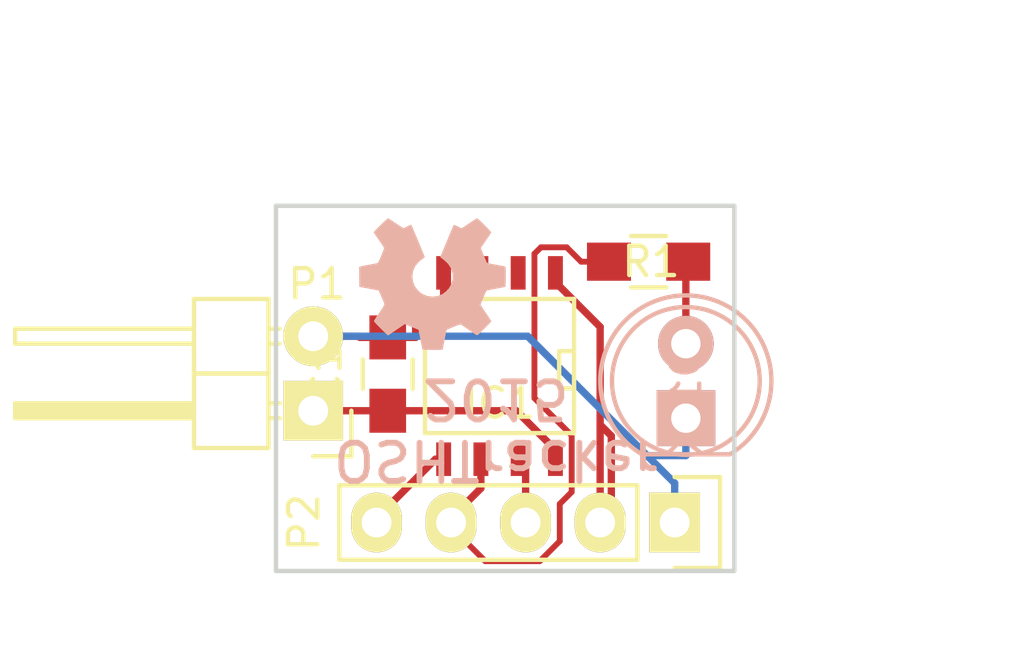
<source format=kicad_pcb>
(kicad_pcb (version 20171130) (host pcbnew "(5.1.12)-1")

  (general
    (thickness 1.6)
    (drawings 7)
    (tracks 59)
    (zones 0)
    (modules 7)
    (nets 8)
  )

  (page A4)
  (layers
    (0 F.Cu signal)
    (31 B.Cu signal)
    (32 B.Adhes user)
    (33 F.Adhes user)
    (34 B.Paste user)
    (35 F.Paste user)
    (36 B.SilkS user hide)
    (37 F.SilkS user hide)
    (38 B.Mask user)
    (39 F.Mask user)
    (40 Dwgs.User user)
    (41 Cmts.User user)
    (42 Eco1.User user)
    (43 Eco2.User user)
    (44 Edge.Cuts user)
    (45 Margin user)
    (46 B.CrtYd user)
    (47 F.CrtYd user)
    (48 B.Fab user)
    (49 F.Fab user)
  )

  (setup
    (last_trace_width 0.25)
    (user_trace_width 0.2)
    (user_trace_width 0.5)
    (user_trace_width 1)
    (trace_clearance 0.2)
    (zone_clearance 0.4)
    (zone_45_only no)
    (trace_min 0.2)
    (via_size 0.6)
    (via_drill 0.4)
    (via_min_size 0.4)
    (via_min_drill 0.3)
    (uvia_size 0.3)
    (uvia_drill 0.1)
    (uvias_allowed no)
    (uvia_min_size 0.2)
    (uvia_min_drill 0.1)
    (edge_width 0.15)
    (segment_width 0.2)
    (pcb_text_width 0.3)
    (pcb_text_size 1.5 1.5)
    (mod_edge_width 0.15)
    (mod_text_size 1 1)
    (mod_text_width 0.15)
    (pad_size 1.524 1.524)
    (pad_drill 0.762)
    (pad_to_mask_clearance 0.2)
    (aux_axis_origin 0 0)
    (visible_elements 7FFFFFFF)
    (pcbplotparams
      (layerselection 0x00030_80000001)
      (usegerberextensions false)
      (usegerberattributes true)
      (usegerberadvancedattributes true)
      (creategerberjobfile true)
      (excludeedgelayer true)
      (linewidth 0.100000)
      (plotframeref false)
      (viasonmask false)
      (mode 1)
      (useauxorigin false)
      (hpglpennumber 1)
      (hpglpenspeed 20)
      (hpglpendiameter 15.000000)
      (psnegative false)
      (psa4output false)
      (plotreference true)
      (plotvalue true)
      (plotinvisibletext false)
      (padsonsilk false)
      (subtractmaskfromsilk false)
      (outputformat 1)
      (mirror false)
      (drillshape 1)
      (scaleselection 1)
      (outputdirectory ""))
  )

  (net 0 "")
  (net 1 VCC)
  (net 2 GND)
  (net 3 "Net-(D1-Pad2)")
  (net 4 /PROG_SCK)
  (net 5 /PROG_MISO)
  (net 6 /PROG_MOSI)
  (net 7 /PROG_RESET)

  (net_class Default "To jest domyślna klasa połączeń."
    (clearance 0.2)
    (trace_width 0.25)
    (via_dia 0.6)
    (via_drill 0.4)
    (uvia_dia 0.3)
    (uvia_drill 0.1)
    (add_net /PROG_MISO)
    (add_net /PROG_MOSI)
    (add_net /PROG_RESET)
    (add_net /PROG_SCK)
    (add_net GND)
    (add_net "Net-(D1-Pad2)")
    (add_net VCC)
  )

  (module Capacitors_SMD:C_0805_HandSoldering (layer F.Cu) (tedit 541A9B8D) (tstamp 56141250)
    (at 128.27 95.27 90)
    (descr "Capacitor SMD 0805, hand soldering")
    (tags "capacitor 0805")
    (path /56128427)
    (attr smd)
    (fp_text reference C1 (at 0 -2.1 90) (layer F.SilkS)
      (effects (font (size 1 1) (thickness 0.15)))
    )
    (fp_text value C (at 0 2.1 90) (layer F.Fab)
      (effects (font (size 1 1) (thickness 0.15)))
    )
    (fp_line (start -0.5 0.85) (end 0.5 0.85) (layer F.SilkS) (width 0.15))
    (fp_line (start 0.5 -0.85) (end -0.5 -0.85) (layer F.SilkS) (width 0.15))
    (fp_line (start 2.3 -1) (end 2.3 1) (layer F.CrtYd) (width 0.05))
    (fp_line (start -2.3 -1) (end -2.3 1) (layer F.CrtYd) (width 0.05))
    (fp_line (start -2.3 1) (end 2.3 1) (layer F.CrtYd) (width 0.05))
    (fp_line (start -2.3 -1) (end 2.3 -1) (layer F.CrtYd) (width 0.05))
    (pad 1 smd rect (at -1.25 0 90) (size 1.5 1.25) (layers F.Cu F.Paste F.Mask)
      (net 1 VCC))
    (pad 2 smd rect (at 1.25 0 90) (size 1.5 1.25) (layers F.Cu F.Paste F.Mask)
      (net 2 GND))
    (model Capacitors_SMD.3dshapes/C_0805_HandSoldering.wrl
      (at (xyz 0 0 0))
      (scale (xyz 1 1 1))
      (rotate (xyz 0 0 0))
    )
  )

  (module LEDs:LED-5MM (layer B.Cu) (tedit 5612F4D5) (tstamp 5614125C)
    (at 138.43 96.774 90)
    (descr "LED 5mm round vertical")
    (tags "LED 5mm round vertical")
    (path /561281AC)
    (fp_text reference D1 (at 1.397 0 90) (layer B.SilkS)
      (effects (font (size 1 1) (thickness 0.15)) (justify mirror))
    )
    (fp_text value IR_LED (at 1.524 2.54 90) (layer B.Fab)
      (effects (font (size 1 1) (thickness 0.15)) (justify mirror))
    )
    (fp_circle (center 1.27 0) (end 0.97 2.5) (layer B.SilkS) (width 0.15))
    (fp_line (start -1.23 -1.5) (end -1.23 1.5) (layer B.SilkS) (width 0.15))
    (fp_line (start -1.5 1.55) (end -1.5 -1.55) (layer B.CrtYd) (width 0.05))
    (fp_text user K (at -0.8255 0 90) (layer B.SilkS)
      (effects (font (size 1 1) (thickness 0.15)) (justify mirror))
    )
    (fp_arc (start 1.3 0) (end -1.5 -1.55) (angle 302) (layer B.CrtYd) (width 0.05))
    (fp_arc (start 1.27 0) (end -1.23 1.5) (angle -297.5) (layer B.SilkS) (width 0.15))
    (pad 1 thru_hole rect (at 0 0) (size 2 1.9) (drill 1.00076) (layers *.Cu *.Mask B.SilkS)
      (net 2 GND))
    (pad 2 thru_hole circle (at 2.54 0 90) (size 1.9 1.9) (drill 1.00076) (layers *.Cu *.Mask B.SilkS)
      (net 3 "Net-(D1-Pad2)"))
    (model LEDs.3dshapes/LED-5MM.wrl
      (offset (xyz 1.269999980926514 0 0))
      (scale (xyz 1 1 1))
      (rotate (xyz 0 0 90))
    )
  )

  (module SMD_Packages:SOIC-8-N (layer F.Cu) (tedit 0) (tstamp 5614126F)
    (at 132.08 94.996 180)
    (descr "Module Narrow CMS SOJ 8 pins large")
    (tags "CMS SOJ")
    (path /5612793D)
    (attr smd)
    (fp_text reference IC1 (at 0 -1.27 180) (layer F.SilkS)
      (effects (font (size 1 1) (thickness 0.15)))
    )
    (fp_text value ATTINY45-S (at 0 1.27 180) (layer F.Fab)
      (effects (font (size 1 1) (thickness 0.15)))
    )
    (fp_line (start -2.032 0.508) (end -2.54 0.508) (layer F.SilkS) (width 0.15))
    (fp_line (start -2.032 -0.762) (end -2.032 0.508) (layer F.SilkS) (width 0.15))
    (fp_line (start -2.54 -0.762) (end -2.032 -0.762) (layer F.SilkS) (width 0.15))
    (fp_line (start -2.54 2.286) (end -2.54 -2.286) (layer F.SilkS) (width 0.15))
    (fp_line (start 2.54 2.286) (end -2.54 2.286) (layer F.SilkS) (width 0.15))
    (fp_line (start 2.54 -2.286) (end 2.54 2.286) (layer F.SilkS) (width 0.15))
    (fp_line (start -2.54 -2.286) (end 2.54 -2.286) (layer F.SilkS) (width 0.15))
    (pad 8 smd rect (at -1.905 -3.175 180) (size 0.508 1.143) (layers F.Cu F.Paste F.Mask)
      (net 1 VCC))
    (pad 7 smd rect (at -0.635 -3.175 180) (size 0.508 1.143) (layers F.Cu F.Paste F.Mask)
      (net 4 /PROG_SCK))
    (pad 6 smd rect (at 0.635 -3.175 180) (size 0.508 1.143) (layers F.Cu F.Paste F.Mask)
      (net 5 /PROG_MISO))
    (pad 5 smd rect (at 1.905 -3.175 180) (size 0.508 1.143) (layers F.Cu F.Paste F.Mask)
      (net 6 /PROG_MOSI))
    (pad 4 smd rect (at 1.905 3.175 180) (size 0.508 1.143) (layers F.Cu F.Paste F.Mask)
      (net 2 GND))
    (pad 3 smd rect (at 0.635 3.175 180) (size 0.508 1.143) (layers F.Cu F.Paste F.Mask))
    (pad 2 smd rect (at -0.635 3.175 180) (size 0.508 1.143) (layers F.Cu F.Paste F.Mask))
    (pad 1 smd rect (at -1.905 3.175 180) (size 0.508 1.143) (layers F.Cu F.Paste F.Mask)
      (net 7 /PROG_RESET))
    (model SMD_Packages.3dshapes/SOIC-8-N.wrl
      (at (xyz 0 0 0))
      (scale (xyz 0.5 0.38 0.5))
      (rotate (xyz 0 0 0))
    )
  )

  (module Pin_Headers:Pin_Header_Angled_1x02 (layer F.Cu) (tedit 5612F493) (tstamp 56141292)
    (at 125.73 96.52 180)
    (descr "Through hole pin header")
    (tags "pin header")
    (path /56128524)
    (fp_text reference P1 (at -0.127 4.318 180) (layer F.SilkS)
      (effects (font (size 1 1) (thickness 0.15)))
    )
    (fp_text value POWER_CONN (at 0 -3.1 180) (layer F.Fab)
      (effects (font (size 1 1) (thickness 0.15)))
    )
    (fp_line (start 1.524 -1.27) (end 1.524 1.27) (layer F.SilkS) (width 0.15))
    (fp_line (start 1.524 1.27) (end 4.064 1.27) (layer F.SilkS) (width 0.15))
    (fp_line (start 4.064 -0.254) (end 10.16 -0.254) (layer F.SilkS) (width 0.15))
    (fp_line (start 10.16 -0.254) (end 10.16 0.254) (layer F.SilkS) (width 0.15))
    (fp_line (start 10.16 0.254) (end 4.064 0.254) (layer F.SilkS) (width 0.15))
    (fp_line (start 4.064 1.27) (end 4.064 -1.27) (layer F.SilkS) (width 0.15))
    (fp_line (start 4.064 3.81) (end 4.064 1.27) (layer F.SilkS) (width 0.15))
    (fp_line (start 10.16 2.794) (end 4.064 2.794) (layer F.SilkS) (width 0.15))
    (fp_line (start 10.16 2.286) (end 10.16 2.794) (layer F.SilkS) (width 0.15))
    (fp_line (start 4.064 2.286) (end 10.16 2.286) (layer F.SilkS) (width 0.15))
    (fp_line (start 1.524 3.81) (end 4.064 3.81) (layer F.SilkS) (width 0.15))
    (fp_line (start 1.524 1.27) (end 1.524 3.81) (layer F.SilkS) (width 0.15))
    (fp_line (start 1.524 1.27) (end 4.064 1.27) (layer F.SilkS) (width 0.15))
    (fp_line (start 1.524 -1.27) (end 4.064 -1.27) (layer F.SilkS) (width 0.15))
    (fp_line (start 1.524 2.794) (end 1.143 2.794) (layer F.SilkS) (width 0.15))
    (fp_line (start 1.524 2.286) (end 1.143 2.286) (layer F.SilkS) (width 0.15))
    (fp_line (start 1.524 0.254) (end 1.143 0.254) (layer F.SilkS) (width 0.15))
    (fp_line (start 1.524 -0.254) (end 1.143 -0.254) (layer F.SilkS) (width 0.15))
    (fp_line (start 4.191 0) (end 10.033 0) (layer F.SilkS) (width 0.15))
    (fp_line (start 4.191 0.127) (end 4.191 0) (layer F.SilkS) (width 0.15))
    (fp_line (start 10.033 0.127) (end 4.191 0.127) (layer F.SilkS) (width 0.15))
    (fp_line (start 10.033 -0.127) (end 10.033 0.127) (layer F.SilkS) (width 0.15))
    (fp_line (start 4.191 -0.127) (end 10.033 -0.127) (layer F.SilkS) (width 0.15))
    (fp_line (start 0 -1.55) (end -1.3 -1.55) (layer F.SilkS) (width 0.15))
    (fp_line (start -1.3 -1.55) (end -1.3 0) (layer F.SilkS) (width 0.15))
    (fp_line (start -1.5 4.3) (end 10.65 4.3) (layer F.CrtYd) (width 0.05))
    (fp_line (start -1.5 -1.75) (end 10.65 -1.75) (layer F.CrtYd) (width 0.05))
    (fp_line (start 10.65 -1.75) (end 10.65 4.3) (layer F.CrtYd) (width 0.05))
    (fp_line (start -1.5 -1.75) (end -1.5 4.3) (layer F.CrtYd) (width 0.05))
    (pad 1 thru_hole rect (at 0 0 180) (size 2.032 2.032) (drill 1.016) (layers *.Cu *.Mask F.SilkS)
      (net 1 VCC))
    (pad 2 thru_hole oval (at 0 2.54 180) (size 2.032 2.032) (drill 1.016) (layers *.Cu *.Mask F.SilkS)
      (net 2 GND))
    (model Pin_Headers.3dshapes/Pin_Header_Angled_1x02.wrl
      (offset (xyz 0 -1.269999980926514 -25.39999961853027))
      (scale (xyz 1 1 1))
      (rotate (xyz 0 180 90))
    )
  )

  (module Resistors_SMD:R_0805_HandSoldering (layer F.Cu) (tedit 54189DEE) (tstamp 56154274)
    (at 137.16 91.44)
    (descr "Resistor SMD 0805, hand soldering")
    (tags "resistor 0805")
    (path /561282FA)
    (attr smd)
    (fp_text reference R1 (at 0.08 0) (layer F.SilkS)
      (effects (font (size 1 1) (thickness 0.15)))
    )
    (fp_text value R (at 0 2.1) (layer F.Fab)
      (effects (font (size 1 1) (thickness 0.15)))
    )
    (fp_line (start -0.6 -0.875) (end 0.6 -0.875) (layer F.SilkS) (width 0.15))
    (fp_line (start 0.6 0.875) (end -0.6 0.875) (layer F.SilkS) (width 0.15))
    (fp_line (start 2.4 -1) (end 2.4 1) (layer F.CrtYd) (width 0.05))
    (fp_line (start -2.4 -1) (end -2.4 1) (layer F.CrtYd) (width 0.05))
    (fp_line (start -2.4 1) (end 2.4 1) (layer F.CrtYd) (width 0.05))
    (fp_line (start -2.4 -1) (end 2.4 -1) (layer F.CrtYd) (width 0.05))
    (pad 1 smd rect (at -1.35 0) (size 1.5 1.3) (layers F.Cu F.Paste F.Mask)
      (net 5 /PROG_MISO))
    (pad 2 smd rect (at 1.35 0) (size 1.5 1.3) (layers F.Cu F.Paste F.Mask)
      (net 3 "Net-(D1-Pad2)"))
    (model Resistors_SMD.3dshapes/R_0805_HandSoldering.wrl
      (at (xyz 0 0 0))
      (scale (xyz 1 1 1))
      (rotate (xyz 0 0 0))
    )
  )

  (module Pin_Headers:Pin_Header_Straight_1x05 (layer F.Cu) (tedit 5612F4ED) (tstamp 56167C11)
    (at 138.049 100.33 270)
    (descr "Through hole pin header")
    (tags "pin header")
    (path /5612F21E)
    (fp_text reference P2 (at 0 12.6365 90) (layer F.SilkS)
      (effects (font (size 1 1) (thickness 0.15)))
    )
    (fp_text value CONN_01X05 (at 0 -3.1 270) (layer F.Fab)
      (effects (font (size 1 1) (thickness 0.15)))
    )
    (fp_line (start 1.27 1.27) (end -1.27 1.27) (layer F.SilkS) (width 0.15))
    (fp_line (start -1.27 11.43) (end -1.27 1.27) (layer F.SilkS) (width 0.15))
    (fp_line (start 1.27 11.43) (end -1.27 11.43) (layer F.SilkS) (width 0.15))
    (fp_line (start 1.27 1.27) (end 1.27 11.43) (layer F.SilkS) (width 0.15))
    (fp_line (start -1.75 11.95) (end 1.75 11.95) (layer F.CrtYd) (width 0.05))
    (fp_line (start -1.75 -1.75) (end 1.75 -1.75) (layer F.CrtYd) (width 0.05))
    (fp_line (start 1.75 -1.75) (end 1.75 11.95) (layer F.CrtYd) (width 0.05))
    (fp_line (start -1.75 -1.75) (end -1.75 11.95) (layer F.CrtYd) (width 0.05))
    (fp_line (start 1.55 -1.55) (end 1.55 0) (layer F.SilkS) (width 0.15))
    (fp_line (start -1.55 -1.55) (end 1.55 -1.55) (layer F.SilkS) (width 0.15))
    (fp_line (start -1.55 0) (end -1.55 -1.55) (layer F.SilkS) (width 0.15))
    (pad 1 thru_hole rect (at 0 0 270) (size 2.032 1.7272) (drill 1.016) (layers *.Cu *.Mask F.SilkS)
      (net 2 GND))
    (pad 2 thru_hole oval (at 0 2.54 270) (size 2.032 1.7272) (drill 1.016) (layers *.Cu *.Mask F.SilkS)
      (net 7 /PROG_RESET))
    (pad 3 thru_hole oval (at 0 5.08 270) (size 2.032 1.7272) (drill 1.016) (layers *.Cu *.Mask F.SilkS)
      (net 4 /PROG_SCK))
    (pad 4 thru_hole oval (at 0 7.62 270) (size 2.032 1.7272) (drill 1.016) (layers *.Cu *.Mask F.SilkS)
      (net 5 /PROG_MISO))
    (pad 5 thru_hole oval (at 0 10.16 270) (size 2.032 1.7272) (drill 1.016) (layers *.Cu *.Mask F.SilkS)
      (net 6 /PROG_MOSI))
    (model Pin_Headers.3dshapes/Pin_Header_Straight_1x05.wrl
      (offset (xyz 0 -5.079999923706055 0))
      (scale (xyz 1 1 1))
      (rotate (xyz 0 0 90))
    )
  )

  (module footprints:Logo_silk_OSHW_6x6mm_notext (layer B.Cu) (tedit 0) (tstamp 561C5EEF)
    (at 129.794 92.202)
    (descr "Open Hardware Logo, 6x6mm")
    (fp_text reference G*** (at 0 0) (layer B.SilkS) hide
      (effects (font (size 0.22606 0.22606) (thickness 0.04318)) (justify mirror))
    )
    (fp_text value LOGO (at 0 -0.3) (layer B.SilkS) hide
      (effects (font (size 0.22606 0.22606) (thickness 0.04318)) (justify mirror))
    )
    (fp_poly (pts (xy -1.51384 -2.24536) (xy -1.48844 -2.23012) (xy -1.43002 -2.19456) (xy -1.3462 -2.13868)
      (xy -1.24714 -2.07264) (xy -1.14808 -2.0066) (xy -1.0668 -1.95326) (xy -1.01092 -1.91516)
      (xy -0.98552 -1.90246) (xy -0.97282 -1.90754) (xy -0.9271 -1.9304) (xy -0.85852 -1.96596)
      (xy -0.81788 -1.98628) (xy -0.75692 -2.01168) (xy -0.7239 -2.0193) (xy -0.71882 -2.00914)
      (xy -0.69596 -1.96088) (xy -0.6604 -1.8796) (xy -0.61468 -1.77038) (xy -0.5588 -1.64338)
      (xy -0.50292 -1.50876) (xy -0.4445 -1.36906) (xy -0.38862 -1.23444) (xy -0.34036 -1.11506)
      (xy -0.29972 -1.01854) (xy -0.27432 -0.94996) (xy -0.26416 -0.92202) (xy -0.2667 -0.9144)
      (xy -0.29972 -0.88392) (xy -0.35306 -0.84328) (xy -0.47244 -0.74676) (xy -0.58928 -0.60198)
      (xy -0.6604 -0.43688) (xy -0.68326 -0.25146) (xy -0.66294 -0.08128) (xy -0.5969 0.08128)
      (xy -0.4826 0.2286) (xy -0.3429 0.33782) (xy -0.18034 0.4064) (xy 0 0.42926)
      (xy 0.17272 0.40894) (xy 0.34036 0.3429) (xy 0.48768 0.23114) (xy 0.55118 0.16002)
      (xy 0.63754 0.01016) (xy 0.6858 -0.14732) (xy 0.69088 -0.18796) (xy 0.68326 -0.36322)
      (xy 0.63246 -0.5334) (xy 0.53848 -0.68326) (xy 0.40894 -0.80772) (xy 0.3937 -0.81788)
      (xy 0.33528 -0.8636) (xy 0.29464 -0.89408) (xy 0.26416 -0.91948) (xy 0.48768 -1.45796)
      (xy 0.52324 -1.54178) (xy 0.5842 -1.6891) (xy 0.63754 -1.8161) (xy 0.68072 -1.9177)
      (xy 0.7112 -1.98374) (xy 0.7239 -2.01168) (xy 0.7239 -2.01422) (xy 0.74422 -2.01676)
      (xy 0.78486 -2.00152) (xy 0.86106 -1.96596) (xy 0.90932 -1.94056) (xy 0.96774 -1.91262)
      (xy 0.99314 -1.90246) (xy 1.016 -1.91516) (xy 1.06934 -1.95072) (xy 1.15062 -2.00406)
      (xy 1.24714 -2.06756) (xy 1.33858 -2.13106) (xy 1.4224 -2.18694) (xy 1.48336 -2.22504)
      (xy 1.51384 -2.24282) (xy 1.51892 -2.24282) (xy 1.54432 -2.22758) (xy 1.59258 -2.18694)
      (xy 1.66624 -2.11836) (xy 1.77038 -2.01422) (xy 1.78562 -1.99898) (xy 1.87198 -1.91262)
      (xy 1.94056 -1.83896) (xy 1.98628 -1.78816) (xy 2.00406 -1.7653) (xy 1.98882 -1.73482)
      (xy 1.95072 -1.67386) (xy 1.89484 -1.5875) (xy 1.82626 -1.48844) (xy 1.64846 -1.22936)
      (xy 1.74498 -0.98552) (xy 1.77546 -0.90932) (xy 1.81356 -0.82042) (xy 1.8415 -0.75438)
      (xy 1.85674 -0.72644) (xy 1.88214 -0.71628) (xy 1.95072 -0.70104) (xy 2.04724 -0.68072)
      (xy 2.16154 -0.6604) (xy 2.2733 -0.64008) (xy 2.37236 -0.61976) (xy 2.44348 -0.60706)
      (xy 2.4765 -0.59944) (xy 2.48412 -0.59436) (xy 2.49174 -0.57912) (xy 2.49428 -0.5461)
      (xy 2.49682 -0.48514) (xy 2.49936 -0.39116) (xy 2.49936 -0.25146) (xy 2.49936 -0.23622)
      (xy 2.49682 -0.10668) (xy 2.49428 0) (xy 2.49174 0.06604) (xy 2.48666 0.09398)
      (xy 2.45618 0.1016) (xy 2.38506 0.11684) (xy 2.286 0.13462) (xy 2.16662 0.15748)
      (xy 2.159 0.16002) (xy 2.04216 0.18288) (xy 1.9431 0.2032) (xy 1.87198 0.21844)
      (xy 1.84404 0.2286) (xy 1.83642 0.23622) (xy 1.81356 0.28194) (xy 1.78054 0.3556)
      (xy 1.7399 0.4445) (xy 1.7018 0.53848) (xy 1.66878 0.6223) (xy 1.64592 0.68326)
      (xy 1.6383 0.7112) (xy 1.64084 0.71374) (xy 1.65862 0.74168) (xy 1.69926 0.80264)
      (xy 1.75514 0.88646) (xy 1.82372 0.98806) (xy 1.8288 0.99568) (xy 1.89738 1.09474)
      (xy 1.95326 1.1811) (xy 1.98882 1.23952) (xy 2.00406 1.26746) (xy 2.00406 1.27)
      (xy 1.9812 1.30048) (xy 1.9304 1.35636) (xy 1.85674 1.43256) (xy 1.77038 1.52146)
      (xy 1.74244 1.54686) (xy 1.64338 1.64338) (xy 1.57734 1.70434) (xy 1.53416 1.73736)
      (xy 1.51384 1.74498) (xy 1.48336 1.7272) (xy 1.41986 1.68656) (xy 1.33604 1.62814)
      (xy 1.23444 1.55956) (xy 1.22682 1.55448) (xy 1.12776 1.4859) (xy 1.04394 1.43002)
      (xy 0.98552 1.38938) (xy 0.95758 1.37414) (xy 0.95504 1.37414) (xy 0.9144 1.38684)
      (xy 0.84328 1.41224) (xy 0.75438 1.44526) (xy 0.66294 1.48336) (xy 0.57912 1.51892)
      (xy 0.51562 1.54686) (xy 0.48514 1.56464) (xy 0.47498 1.6002) (xy 0.4572 1.6764)
      (xy 0.43688 1.778) (xy 0.41148 1.89992) (xy 0.40894 1.92024) (xy 0.38608 2.03962)
      (xy 0.3683 2.13868) (xy 0.35306 2.20726) (xy 0.34544 2.2352) (xy 0.3302 2.23774)
      (xy 0.27178 2.24282) (xy 0.18288 2.24536) (xy 0.07366 2.24536) (xy -0.0381 2.24536)
      (xy -0.14732 2.24282) (xy -0.2413 2.24028) (xy -0.30988 2.2352) (xy -0.33782 2.23012)
      (xy -0.33782 2.22758) (xy -0.34798 2.18948) (xy -0.36576 2.11582) (xy -0.38608 2.01168)
      (xy -0.40894 1.88976) (xy -0.41402 1.8669) (xy -0.43688 1.75006) (xy -0.4572 1.651)
      (xy -0.4699 1.58496) (xy -0.47752 1.55702) (xy -0.49022 1.55194) (xy -0.53848 1.53162)
      (xy -0.61722 1.4986) (xy -0.71628 1.45796) (xy -0.94488 1.36652) (xy -1.22682 1.55702)
      (xy -1.25222 1.5748) (xy -1.35382 1.64338) (xy -1.4351 1.69926) (xy -1.49352 1.73736)
      (xy -1.51638 1.75006) (xy -1.51892 1.75006) (xy -1.54686 1.72466) (xy -1.60274 1.67132)
      (xy -1.67894 1.59766) (xy -1.76784 1.5113) (xy -1.83134 1.44526) (xy -1.91008 1.36652)
      (xy -1.95834 1.31318) (xy -1.98628 1.28016) (xy -1.9939 1.25984) (xy -1.99136 1.2446)
      (xy -1.97358 1.21666) (xy -1.93294 1.1557) (xy -1.87452 1.06934) (xy -1.80594 0.97028)
      (xy -1.75006 0.88646) (xy -1.6891 0.79248) (xy -1.651 0.72644) (xy -1.63576 0.69342)
      (xy -1.64084 0.68072) (xy -1.65862 0.62484) (xy -1.69418 0.54102) (xy -1.73482 0.44196)
      (xy -1.83388 0.22098) (xy -1.97866 0.19304) (xy -2.06756 0.17526) (xy -2.18948 0.1524)
      (xy -2.30886 0.12954) (xy -2.49174 0.09398) (xy -2.49936 -0.58166) (xy -2.47142 -0.59436)
      (xy -2.44348 -0.60198) (xy -2.3749 -0.61722) (xy -2.27838 -0.63754) (xy -2.16154 -0.65786)
      (xy -2.06502 -0.67564) (xy -1.96596 -0.69596) (xy -1.89484 -0.70866) (xy -1.86436 -0.71628)
      (xy -1.8542 -0.72644) (xy -1.83134 -0.7747) (xy -1.79578 -0.8509) (xy -1.75514 -0.94234)
      (xy -1.71704 -1.03632) (xy -1.68148 -1.12522) (xy -1.65862 -1.19126) (xy -1.64846 -1.22428)
      (xy -1.66116 -1.25222) (xy -1.69926 -1.31064) (xy -1.7526 -1.39192) (xy -1.82118 -1.49098)
      (xy -1.88722 -1.5875) (xy -1.94564 -1.67132) (xy -1.98374 -1.73228) (xy -2.00152 -1.76022)
      (xy -1.99136 -1.778) (xy -1.95326 -1.82626) (xy -1.8796 -1.90246) (xy -1.76784 -2.01168)
      (xy -1.75006 -2.02946) (xy -1.6637 -2.11328) (xy -1.59004 -2.18186) (xy -1.5367 -2.22758)
      (xy -1.51384 -2.24536)) (layer B.SilkS) (width 0.00254))
  )

  (dimension 15.621 (width 0.3) (layer F.Fab)
    (gr_text "15,621 mm" (at 132.2705 84.375) (layer F.Fab)
      (effects (font (size 1.5 1.5) (thickness 0.3)))
    )
    (feature1 (pts (xy 140.081 89.535) (xy 140.081 83.025)))
    (feature2 (pts (xy 124.46 89.535) (xy 124.46 83.025)))
    (crossbar (pts (xy 124.46 85.725) (xy 140.081 85.725)))
    (arrow1a (pts (xy 140.081 85.725) (xy 138.954496 86.311421)))
    (arrow1b (pts (xy 140.081 85.725) (xy 138.954496 85.138579)))
    (arrow2a (pts (xy 124.46 85.725) (xy 125.586504 86.311421)))
    (arrow2b (pts (xy 124.46 85.725) (xy 125.586504 85.138579)))
  )
  (dimension 12.446 (width 0.3) (layer F.Fab)
    (gr_text "12,446 mm" (at 147.273 95.758 270) (layer F.Fab)
      (effects (font (size 1.5 1.5) (thickness 0.3)))
    )
    (feature1 (pts (xy 140.081 101.981) (xy 148.623 101.981)))
    (feature2 (pts (xy 140.081 89.535) (xy 148.623 89.535)))
    (crossbar (pts (xy 145.923 89.535) (xy 145.923 101.981)))
    (arrow1a (pts (xy 145.923 101.981) (xy 145.336579 100.854496)))
    (arrow1b (pts (xy 145.923 101.981) (xy 146.509421 100.854496)))
    (arrow2a (pts (xy 145.923 89.535) (xy 145.336579 90.661504)))
    (arrow2b (pts (xy 145.923 89.535) (xy 146.509421 90.661504)))
  )
  (gr_text "OSHTracker\n2015" (at 131.953 97.155 180) (layer B.SilkS)
    (effects (font (size 1.3 1.3) (thickness 0.2)) (justify mirror))
  )
  (gr_line (start 124.46 101.981) (end 124.46 89.535) (layer Edge.Cuts) (width 0.15))
  (gr_line (start 140.081 101.981) (end 124.46 101.981) (layer Edge.Cuts) (width 0.15))
  (gr_line (start 140.081 89.535) (end 140.081 101.981) (layer Edge.Cuts) (width 0.15))
  (gr_line (start 124.46 89.535) (end 140.081 89.535) (layer Edge.Cuts) (width 0.15))

  (segment (start 133.985 98.171) (end 133.985 97.8535) (width 0.25) (layer F.Cu) (net 1))
  (segment (start 133.985 97.8535) (end 132.652 96.52) (width 0.25) (layer F.Cu) (net 1))
  (segment (start 132.652 96.52) (end 128.27 96.52) (width 0.25) (layer F.Cu) (net 1))
  (segment (start 125.73 96.52) (end 128.27 96.52) (width 0.25) (layer F.Cu) (net 1))
  (segment (start 138.43 96.774) (end 138.43 98.0491) (width 0.25) (layer B.Cu) (net 2))
  (segment (start 137.1321 98.0719) (end 133.0401 93.98) (width 0.25) (layer B.Cu) (net 2))
  (segment (start 133.0401 93.98) (end 125.73 93.98) (width 0.25) (layer B.Cu) (net 2))
  (segment (start 138.049 99.1014) (end 138.049 98.9889) (width 0.25) (layer B.Cu) (net 2))
  (segment (start 138.049 98.9889) (end 137.1321 98.0719) (width 0.25) (layer B.Cu) (net 2))
  (segment (start 137.1321 98.0719) (end 137.1549 98.0491) (width 0.25) (layer B.Cu) (net 2))
  (segment (start 137.1549 98.0491) (end 138.43 98.0491) (width 0.25) (layer B.Cu) (net 2))
  (segment (start 138.049 100.33) (end 138.049 99.1014) (width 0.25) (layer B.Cu) (net 2))
  (segment (start 128.27 94.02) (end 129.2201 94.02) (width 0.25) (layer F.Cu) (net 2))
  (segment (start 130.175 91.821) (end 130.175 92.7176) (width 0.25) (layer F.Cu) (net 2))
  (segment (start 130.175 92.7176) (end 129.2201 93.6725) (width 0.25) (layer F.Cu) (net 2))
  (segment (start 129.2201 93.6725) (end 129.2201 94.02) (width 0.25) (layer F.Cu) (net 2))
  (segment (start 128.27 94.02) (end 127.3199 94.02) (width 0.25) (layer F.Cu) (net 2))
  (segment (start 125.73 93.98) (end 127.2799 93.98) (width 0.25) (layer F.Cu) (net 2))
  (segment (start 127.2799 93.98) (end 127.3199 94.02) (width 0.25) (layer F.Cu) (net 2))
  (segment (start 138.43 94.234) (end 138.43 91.52) (width 0.25) (layer F.Cu) (net 3))
  (segment (start 138.43 91.52) (end 138.51 91.44) (width 0.25) (layer F.Cu) (net 3))
  (segment (start 132.969 100.33) (end 132.969 98.425) (width 0.25) (layer F.Cu) (net 4))
  (segment (start 132.969 98.425) (end 132.715 98.171) (width 0.25) (layer F.Cu) (net 4))
  (segment (start 135.81 91.44) (end 135.71 91.44) (width 0.2) (layer F.Cu) (net 5))
  (segment (start 135.71 91.44) (end 135.81 91.44) (width 0.25) (layer F.Cu) (net 5))
  (segment (start 130.429 100.33) (end 130.429 100.178) (width 0.25) (layer F.Cu) (net 5))
  (segment (start 130.429 100.178) (end 131.445 99.1616) (width 0.25) (layer F.Cu) (net 5))
  (segment (start 131.445 99.1616) (end 131.445 98.171) (width 0.25) (layer F.Cu) (net 5))
  (segment (start 135.71 91.44) (end 134.86 91.44) (width 0.2) (layer F.Cu) (net 5))
  (segment (start 134.86 91.44) (end 134.369 90.9495) (width 0.2) (layer F.Cu) (net 5))
  (segment (start 134.369 90.9495) (end 133.491 90.9495) (width 0.2) (layer F.Cu) (net 5))
  (segment (start 133.491 90.9495) (end 133.269 91.1715) (width 0.2) (layer F.Cu) (net 5))
  (segment (start 133.269 91.1715) (end 133.269 96.0895) (width 0.2) (layer F.Cu) (net 5))
  (segment (start 133.269 96.0895) (end 134.539 97.3595) (width 0.2) (layer F.Cu) (net 5))
  (segment (start 134.539 97.3595) (end 134.539 99.2892) (width 0.2) (layer F.Cu) (net 5))
  (segment (start 134.539 99.2892) (end 134.133 99.6956) (width 0.2) (layer F.Cu) (net 5))
  (segment (start 134.133 99.6956) (end 134.133 100.964) (width 0.2) (layer F.Cu) (net 5))
  (segment (start 134.133 100.964) (end 133.451 101.646) (width 0.2) (layer F.Cu) (net 5))
  (segment (start 133.451 101.646) (end 131.593 101.646) (width 0.2) (layer F.Cu) (net 5))
  (segment (start 131.593 101.646) (end 130.429 100.482) (width 0.2) (layer F.Cu) (net 5))
  (segment (start 130.429 100.482) (end 130.429 100.33) (width 0.2) (layer F.Cu) (net 5))
  (segment (start 127.889 100.254) (end 127.889 100.178) (width 0.25) (layer F.Cu) (net 6))
  (segment (start 127.889 100.178) (end 129.896 98.171) (width 0.25) (layer F.Cu) (net 6))
  (segment (start 129.896 98.171) (end 130.175 98.171) (width 0.25) (layer F.Cu) (net 6))
  (segment (start 127.889 100.33) (end 127.889 100.254) (width 0.25) (layer F.Cu) (net 6))
  (segment (start 128.27 100.254) (end 128.27 100.178) (width 0.25) (layer F.Cu) (net 6))
  (segment (start 128.27 100.33) (end 128.27 100.254) (width 0.25) (layer F.Cu) (net 6))
  (segment (start 127.889 100.254) (end 128.27 100.254) (width 0.25) (layer F.Cu) (net 6))
  (segment (start 130.175 98.171) (end 130.175 97.79) (width 0.25) (layer F.Cu) (net 6))
  (segment (start 130.175 98.2726) (end 130.175 98.171) (width 0.25) (layer F.Cu) (net 6))
  (segment (start 135.509 96.9962) (end 135.89 97.3772) (width 0.25) (layer F.Cu) (net 7))
  (segment (start 135.89 97.3772) (end 135.89 100.255) (width 0.25) (layer F.Cu) (net 7))
  (segment (start 135.509 96.9962) (end 135.509 100.33) (width 0.25) (layer F.Cu) (net 7))
  (segment (start 133.985 91.821) (end 133.985 92.1385) (width 0.25) (layer F.Cu) (net 7))
  (segment (start 133.985 92.1385) (end 135.509 93.6625) (width 0.25) (layer F.Cu) (net 7))
  (segment (start 135.509 93.6625) (end 135.509 96.9962) (width 0.25) (layer F.Cu) (net 7))
  (segment (start 133.985 91.821) (end 133.985 91.44) (width 0.25) (layer F.Cu) (net 7))
  (segment (start 133.985 92.2615) (end 133.985 91.821) (width 0.25) (layer F.Cu) (net 7))
  (segment (start 135.89 100.33) (end 135.89 100.255) (width 0.25) (layer F.Cu) (net 7))

)

</source>
